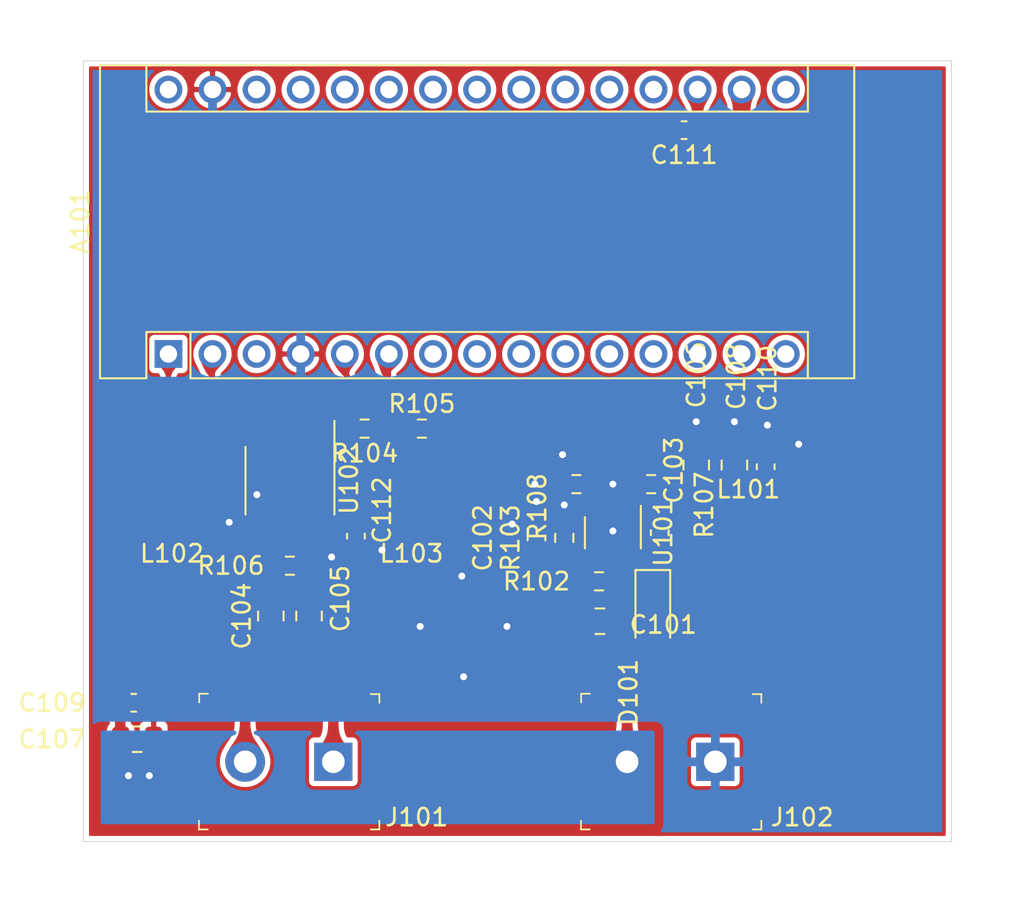
<source format=kicad_pcb>
(kicad_pcb (version 20171130) (host pcbnew "(5.1.7)-1")
  (layers (0 F.Cu signal) (31 B.Cu signal) (34 B.Paste user) (35 F.Paste user) (36 B.SilkS user) (37 F.SilkS user) (38 B.Mask user) (39 F.Mask user) (44 Edge.Cuts user))
  (net 0 "")
  (net 1 "Net-(A101-Pad1)")
  (net 2 VCC)
  (net 3 "Net-(A101-Pad2)")
  (net 4 "Net-(A101-Pad28)")
  (net 5 "Net-(A101-Pad19)")
  (net 6 GND)
  (net 7 "Net-(A101-Pad20)")
  (net 8 "Net-(A101-Pad5)")
  (net 9 "Net-(A101-Pad21)")
  (net 10 "Net-(A101-Pad6)")
  (net 11 "Net-(A101-Pad22)")
  (net 12 "Net-(A101-Pad7)")
  (net 13 "Net-(A101-Pad23)")
  (net 14 "Net-(A101-Pad8)")
  (net 15 "Net-(A101-Pad24)")
  (net 16 "Net-(A101-Pad9)")
  (net 17 "Net-(A101-Pad25)")
  (net 18 "Net-(A101-Pad10)")
  (net 19 "Net-(A101-Pad26)")
  (net 20 "Net-(A101-Pad11)")
  (net 21 "Net-(A101-Pad27)")
  (net 22 "Net-(A101-Pad12)")
  (net 23 "Net-(A101-Pad13)")
  (net 24 "Net-(A101-Pad14)")
  (net 25 "Net-(A101-Pad30)")
  (net 26 "Net-(A101-Pad15)")
  (net 27 "Net-(A101-Pad16)")
  (net 28 +24V)
  (net 29 "Net-(C102-Pad1)")
  (net 30 "Net-(C103-Pad1)")
  (net 31 "Net-(C104-Pad2)")
  (net 32 "Net-(C104-Pad1)")
  (net 33 "Net-(C105-Pad1)")
  (net 34 "Net-(C105-Pad2)")
  (net 35 "Net-(A101-Pad3)")
  (net 36 /SW)
  (net 37 /FB)
  (net 38 "Net-(A101-Pad18)")
  (module Resistor_SMD:R_0603_1608Metric (layer F.Cu) (at 91.5 72.2)
    (fp_text reference R105 (at 0 -1.43) (layer F.SilkS))
    (fp_text value 75k hide)
    (pad 2 smd roundrect (at 0.825 0) (size 0.8 0.95) (layers F.Cu F.Paste F.Mask) (net 6 GND))
    (pad 1 smd roundrect (at -0.825 0) (size 0.8 0.95) (layers F.Cu F.Paste F.Mask) (net 10 "Net-(A101-Pad6)"))
  )
  (module Package_SO:SOIC-8_3.9x4.9mm_P1.27mm (layer F.Cu) (at 83.9 75.2 270)
    (fp_text reference U102 (at 0 -3.4 90) (layer F.SilkS))
    (fp_text value LT1785xS8 hide)
    (pad 1 smd roundrect (at -2.475 -1.905 270) (size 1.95 0.6) (layers F.Cu F.Paste F.Mask) (net 3 "Net-(A101-Pad2)"))
    (pad 2 smd roundrect (at -2.475 -0.635 270) (size 1.95 0.6) (layers F.Cu F.Paste F.Mask) (net 8 "Net-(A101-Pad5)"))
    (pad 3 smd roundrect (at -2.475 0.635 270) (size 1.95 0.6) (layers F.Cu F.Paste F.Mask) (net 10 "Net-(A101-Pad6)"))
    (pad 4 smd roundrect (at -2.475 1.905 270) (size 1.95 0.6) (layers F.Cu F.Paste F.Mask) (net 1 "Net-(A101-Pad1)"))
    (pad 5 smd roundrect (at 2.475 1.905 270) (size 1.95 0.6) (layers F.Cu F.Paste F.Mask) (net 6 GND))
    (pad 6 smd roundrect (at 2.475 0.635 270) (size 1.95 0.6) (layers F.Cu F.Paste F.Mask) (net 31 "Net-(C104-Pad2)"))
    (pad 7 smd roundrect (at 2.475 -0.635 270) (size 1.95 0.6) (layers F.Cu F.Paste F.Mask) (net 33 "Net-(C105-Pad1)"))
    (pad 8 smd roundrect (at 2.475 -1.905 270) (size 1.95 0.6) (layers F.Cu F.Paste F.Mask) (net 2 VCC))
  )
  (module digikey-footprints:Term_Block_1x2_P5.08MM (layer F.Cu) (at 86.4 91.4 180)
    (fp_text reference J101 (at -4.8 -3.2) (layer F.SilkS))
    (fp_text value OSTTC022162 hide)
    (pad 2 thru_hole circle (at 5.08 0 180) (size 2.3 2.3) (drill 1.3) (layers *.Cu *.Mask) (net 32 "Net-(C104-Pad1)"))
    (pad 1 thru_hole rect (at 0 0 180) (size 2.2 2.2) (drill 1.3) (layers *.Cu *.Mask) (net 34 "Net-(C105-Pad2)"))
  )
  (module Module:Arduino_Nano (layer F.Cu) (at 76.9 67.9 90)
    (fp_text reference A101 (at 7.62 -5.08 90) (layer F.SilkS))
    (fp_text value Arduino_Nano_v3.x hide)
    (pad 1 thru_hole rect (at 0 0 90) (size 1.6 1.6) (drill 1) (layers *.Cu *.Mask) (net 1 "Net-(A101-Pad1)"))
    (pad 17 thru_hole oval (at 15.24 33.02 90) (size 1.6 1.6) (drill 1) (layers *.Cu *.Mask) (net 2 VCC))
    (pad 2 thru_hole oval (at 0 2.54 90) (size 1.6 1.6) (drill 1) (layers *.Cu *.Mask) (net 3 "Net-(A101-Pad2)"))
    (pad 18 thru_hole oval (at 15.24 30.48 90) (size 1.6 1.6) (drill 1) (layers *.Cu *.Mask) (net 38 "Net-(A101-Pad18)"))
    (pad 3 thru_hole oval (at 0 5.08 90) (size 1.6 1.6) (drill 1) (layers *.Cu *.Mask) (net 35 "Net-(A101-Pad3)"))
    (pad 19 thru_hole oval (at 15.24 27.94 90) (size 1.6 1.6) (drill 1) (layers *.Cu *.Mask) (net 5 "Net-(A101-Pad19)"))
    (pad 4 thru_hole oval (at 0 7.62 90) (size 1.6 1.6) (drill 1) (layers *.Cu *.Mask) (net 6 GND))
    (pad 20 thru_hole oval (at 15.24 25.4 90) (size 1.6 1.6) (drill 1) (layers *.Cu *.Mask) (net 7 "Net-(A101-Pad20)"))
    (pad 5 thru_hole oval (at 0 10.16 90) (size 1.6 1.6) (drill 1) (layers *.Cu *.Mask) (net 8 "Net-(A101-Pad5)"))
    (pad 21 thru_hole oval (at 15.24 22.86 90) (size 1.6 1.6) (drill 1) (layers *.Cu *.Mask) (net 9 "Net-(A101-Pad21)"))
    (pad 6 thru_hole oval (at 0 12.7 90) (size 1.6 1.6) (drill 1) (layers *.Cu *.Mask) (net 10 "Net-(A101-Pad6)"))
    (pad 22 thru_hole oval (at 15.24 20.32 90) (size 1.6 1.6) (drill 1) (layers *.Cu *.Mask) (net 11 "Net-(A101-Pad22)"))
    (pad 7 thru_hole oval (at 0 15.24 90) (size 1.6 1.6) (drill 1) (layers *.Cu *.Mask) (net 12 "Net-(A101-Pad7)"))
    (pad 23 thru_hole oval (at 15.24 17.78 90) (size 1.6 1.6) (drill 1) (layers *.Cu *.Mask) (net 13 "Net-(A101-Pad23)"))
    (pad 8 thru_hole oval (at 0 17.78 90) (size 1.6 1.6) (drill 1) (layers *.Cu *.Mask) (net 14 "Net-(A101-Pad8)"))
    (pad 24 thru_hole oval (at 15.24 15.24 90) (size 1.6 1.6) (drill 1) (layers *.Cu *.Mask) (net 15 "Net-(A101-Pad24)"))
    (pad 9 thru_hole oval (at 0 20.32 90) (size 1.6 1.6) (drill 1) (layers *.Cu *.Mask) (net 16 "Net-(A101-Pad9)"))
    (pad 25 thru_hole oval (at 15.24 12.7 90) (size 1.6 1.6) (drill 1) (layers *.Cu *.Mask) (net 17 "Net-(A101-Pad25)"))
    (pad 10 thru_hole oval (at 0 22.86 90) (size 1.6 1.6) (drill 1) (layers *.Cu *.Mask) (net 18 "Net-(A101-Pad10)"))
    (pad 26 thru_hole oval (at 15.24 10.16 90) (size 1.6 1.6) (drill 1) (layers *.Cu *.Mask) (net 19 "Net-(A101-Pad26)"))
    (pad 11 thru_hole oval (at 0 25.4 90) (size 1.6 1.6) (drill 1) (layers *.Cu *.Mask) (net 20 "Net-(A101-Pad11)"))
    (pad 27 thru_hole oval (at 15.24 7.62 90) (size 1.6 1.6) (drill 1) (layers *.Cu *.Mask) (net 21 "Net-(A101-Pad27)"))
    (pad 12 thru_hole oval (at 0 27.94 90) (size 1.6 1.6) (drill 1) (layers *.Cu *.Mask) (net 22 "Net-(A101-Pad12)"))
    (pad 28 thru_hole oval (at 15.24 5.08 90) (size 1.6 1.6) (drill 1) (layers *.Cu *.Mask) (net 4 "Net-(A101-Pad28)"))
    (pad 13 thru_hole oval (at 0 30.48 90) (size 1.6 1.6) (drill 1) (layers *.Cu *.Mask) (net 23 "Net-(A101-Pad13)"))
    (pad 29 thru_hole oval (at 15.24 2.54 90) (size 1.6 1.6) (drill 1) (layers *.Cu *.Mask) (net 6 GND))
    (pad 14 thru_hole oval (at 0 33.02 90) (size 1.6 1.6) (drill 1) (layers *.Cu *.Mask) (net 24 "Net-(A101-Pad14)"))
    (pad 30 thru_hole oval (at 15.24 0 90) (size 1.6 1.6) (drill 1) (layers *.Cu *.Mask) (net 25 "Net-(A101-Pad30)"))
    (pad 15 thru_hole oval (at 0 35.56 90) (size 1.6 1.6) (drill 1) (layers *.Cu *.Mask) (net 26 "Net-(A101-Pad15)"))
    (pad 16 thru_hole oval (at 15.24 35.56 90) (size 1.6 1.6) (drill 1) (layers *.Cu *.Mask) (net 27 "Net-(A101-Pad16)"))
  )
  (module Capacitor_SMD:C_0603_1608Metric (layer F.Cu) (at 98.1 78.5 90)
    (fp_text reference C102 (at 0 -3.1 90) (layer F.SilkS))
    (fp_text value 10n/50V hide)
    (pad 2 smd roundrect (at 0.775 0 90) (size 0.9 0.95) (layers F.Cu F.Paste F.Mask) (net 6 GND))
    (pad 1 smd roundrect (at -0.775 0 90) (size 0.9 0.95) (layers F.Cu F.Paste F.Mask) (net 29 "Net-(C102-Pad1)"))
  )
  (module Capacitor_SMD:C_0603_1608Metric (layer F.Cu) (at 105.2 78.2 270)
    (fp_text reference C103 (at -3.6 -0.8 90) (layer F.SilkS))
    (fp_text value 10n/50V hide)
    (pad 1 smd roundrect (at -0.775 0 270) (size 0.9 0.95) (layers F.Cu F.Paste F.Mask) (net 30 "Net-(C103-Pad1)"))
    (pad 2 smd roundrect (at 0.775 0 270) (size 0.9 0.95) (layers F.Cu F.Paste F.Mask) (net 36 /SW))
  )
  (module Capacitor_SMD:C_0805_2012Metric (layer F.Cu) (at 82.8 83 90)
    (fp_text reference C104 (at 0 -1.68 90) (layer F.SilkS))
    (fp_text value 10u hide)
    (pad 2 smd roundrect (at 0.95 0 90) (size 1 1.45) (layers F.Cu F.Paste F.Mask) (net 31 "Net-(C104-Pad2)"))
    (pad 1 smd roundrect (at -0.95 0 90) (size 1 1.45) (layers F.Cu F.Paste F.Mask) (net 32 "Net-(C104-Pad1)"))
  )
  (module Capacitor_SMD:C_0805_2012Metric (layer F.Cu) (at 85 83 270)
    (fp_text reference C105 (at -1 -1.8 90) (layer F.SilkS))
    (fp_text value 10u hide)
    (pad 1 smd roundrect (at -0.95 0 270) (size 1 1.45) (layers F.Cu F.Paste F.Mask) (net 33 "Net-(C105-Pad1)"))
    (pad 2 smd roundrect (at 0.95 0 270) (size 1 1.45) (layers F.Cu F.Paste F.Mask) (net 34 "Net-(C105-Pad2)"))
  )
  (module Capacitor_SMD:C_0805_2012Metric (layer F.Cu) (at 107.3 74.3 90)
    (fp_text reference C106 (at 5.2 0 90) (layer F.SilkS))
    (fp_text value 10u/50V hide)
    (pad 1 smd roundrect (at -0.95 0 90) (size 1 1.45) (layers F.Cu F.Paste F.Mask) (net 2 VCC))
    (pad 2 smd roundrect (at 0.95 0 90) (size 1 1.45) (layers F.Cu F.Paste F.Mask) (net 6 GND))
  )
  (module Capacitor_SMD:C_0805_2012Metric (layer F.Cu) (at 75.1 90.1)
    (fp_text reference C107 (at -4.9 0) (layer F.SilkS))
    (fp_text value 10u/50V hide)
    (pad 1 smd roundrect (at -0.95 0) (size 1 1.45) (layers F.Cu F.Paste F.Mask) (net 28 +24V))
    (pad 2 smd roundrect (at 0.95 0) (size 1 1.45) (layers F.Cu F.Paste F.Mask) (net 6 GND))
  )
  (module Capacitor_SMD:C_0805_2012Metric (layer F.Cu) (at 109.5 74.3 90)
    (fp_text reference C108 (at 5.1 0.1 90) (layer F.SilkS))
    (fp_text value 10u/50V hide)
    (pad 2 smd roundrect (at 0.95 0 90) (size 1 1.45) (layers F.Cu F.Paste F.Mask) (net 6 GND))
    (pad 1 smd roundrect (at -0.95 0 90) (size 1 1.45) (layers F.Cu F.Paste F.Mask) (net 2 VCC))
  )
  (module Capacitor_SMD:C_0603_1608Metric (layer F.Cu) (at 74.9 88)
    (fp_text reference C109 (at -4.7 0) (layer F.SilkS))
    (fp_text value 10u/50V hide)
    (pad 1 smd roundrect (at -0.775 0) (size 0.9 0.95) (layers F.Cu F.Paste F.Mask) (net 28 +24V))
    (pad 2 smd roundrect (at 0.775 0) (size 0.9 0.95) (layers F.Cu F.Paste F.Mask) (net 6 GND))
  )
  (module Capacitor_SMD:C_0603_1608Metric (layer F.Cu) (at 111.3 74.4 90)
    (fp_text reference C110 (at 5.1 0.1 90) (layer F.SilkS))
    (fp_text value 10n/50V hide)
    (pad 1 smd roundrect (at -0.775 0 90) (size 0.9 0.95) (layers F.Cu F.Paste F.Mask) (net 2 VCC))
    (pad 2 smd roundrect (at 0.775 0 90) (size 0.9 0.95) (layers F.Cu F.Paste F.Mask) (net 6 GND))
  )
  (module Diode_SMD:D_SOD-123 (layer F.Cu) (at 104.8 82.6 270)
    (fp_text reference D101 (at 4.8 1.4 90) (layer F.SilkS))
    (fp_text value MBR0540 hide)
    (pad 1 smd rect (at -1.65 0 270) (size 0.9 1.2) (layers F.Cu F.Paste F.Mask) (net 36 /SW))
    (pad 2 smd rect (at 1.65 0 270) (size 0.9 1.2) (layers F.Cu F.Paste F.Mask) (net 6 GND))
  )
  (module digikey-footprints:Term_Block_1x2_P5.08MM (layer F.Cu) (at 108.4 91.4 180)
    (fp_text reference J102 (at -5 -3.2) (layer F.SilkS))
    (fp_text value OSTTC022162 hide)
    (pad 1 thru_hole rect (at 0 0 180) (size 2.2 2.2) (drill 1.3) (layers *.Cu *.Mask) (net 6 GND))
    (pad 2 thru_hole circle (at 5.08 0 180) (size 2.3 2.3) (drill 1.3) (layers *.Cu *.Mask) (net 28 +24V))
  )
  (module Resistor_SMD:R_0603_1608Metric (layer F.Cu) (at 101.7 81)
    (fp_text reference R102 (at -3.6 0) (layer F.SilkS))
    (fp_text value 75k hide)
    (pad 2 smd roundrect (at 0.825 0) (size 0.8 0.95) (layers F.Cu F.Paste F.Mask) (net 28 +24V))
    (pad 1 smd roundrect (at -0.825 0) (size 0.8 0.95) (layers F.Cu F.Paste F.Mask) (net 29 "Net-(C102-Pad1)"))
  )
  (module Resistor_SMD:R_0603_1608Metric (layer F.Cu) (at 99.7 78.5 90)
    (fp_text reference R103 (at 0 -3.1 270) (layer F.SilkS))
    (fp_text value 24k hide)
    (pad 1 smd roundrect (at -0.825 0 90) (size 0.8 0.95) (layers F.Cu F.Paste F.Mask) (net 29 "Net-(C102-Pad1)"))
    (pad 2 smd roundrect (at 0.825 0 90) (size 0.8 0.95) (layers F.Cu F.Paste F.Mask) (net 6 GND))
  )
  (module Resistor_SMD:R_0603_1608Metric (layer F.Cu) (at 88.2 72.2 180)
    (fp_text reference R104 (at 0 -1.43) (layer F.SilkS))
    (fp_text value 75k hide)
    (pad 1 smd roundrect (at -0.825 0 180) (size 0.8 0.95) (layers F.Cu F.Paste F.Mask) (net 8 "Net-(A101-Pad5)"))
    (pad 2 smd roundrect (at 0.825 0 180) (size 0.8 0.95) (layers F.Cu F.Paste F.Mask) (net 6 GND))
  )
  (module Resistor_SMD:R_0603_1608Metric (layer F.Cu) (at 83.9 80.1 180)
    (fp_text reference R106 (at 3.4 0) (layer F.SilkS))
    (fp_text value 100 hide)
    (pad 2 smd roundrect (at 0.825 0 180) (size 0.8 0.95) (layers F.Cu F.Paste F.Mask) (net 31 "Net-(C104-Pad2)"))
    (pad 1 smd roundrect (at -0.825 0 180) (size 0.8 0.95) (layers F.Cu F.Paste F.Mask) (net 33 "Net-(C105-Pad1)"))
  )
  (module Resistor_SMD:R_0603_1608Metric (layer F.Cu) (at 104.7 75.4 180)
    (fp_text reference R107 (at -3.055001 -1.2 270) (layer F.SilkS))
    (fp_text value 75k hide)
    (pad 2 smd roundrect (at 0.825 0 180) (size 0.8 0.95) (layers F.Cu F.Paste F.Mask) (net 37 /FB))
    (pad 1 smd roundrect (at -0.825 0 180) (size 0.8 0.95) (layers F.Cu F.Paste F.Mask) (net 2 VCC))
  )
  (module Resistor_SMD:R_0603_1608Metric (layer F.Cu) (at 100.4 75.4 180)
    (fp_text reference R108 (at 2.255001 -1.3 270) (layer F.SilkS))
    (fp_text value 24k hide)
    (pad 1 smd roundrect (at -0.825 0 180) (size 0.8 0.95) (layers F.Cu F.Paste F.Mask) (net 37 /FB))
    (pad 2 smd roundrect (at 0.825 0 180) (size 0.8 0.95) (layers F.Cu F.Paste F.Mask) (net 6 GND))
  )
  (module Package_TO_SOT_SMD:SOT-23-6 (layer F.Cu) (at 102.5 78.2 270)
    (fp_text reference U101 (at 0 -2.9 90) (layer F.SilkS))
    (fp_text value RT6200 hide)
    (pad 1 smd rect (at -1.1 -0.95 270) (size 1.06 0.65) (layers F.Cu F.Paste F.Mask) (net 30 "Net-(C103-Pad1)"))
    (pad 2 smd rect (at -1.1 0 270) (size 1.06 0.65) (layers F.Cu F.Paste F.Mask) (net 6 GND))
    (pad 3 smd rect (at -1.1 0.95 270) (size 1.06 0.65) (layers F.Cu F.Paste F.Mask) (net 37 /FB))
    (pad 4 smd rect (at 1.1 0.95 270) (size 1.06 0.65) (layers F.Cu F.Paste F.Mask) (net 29 "Net-(C102-Pad1)"))
    (pad 6 smd rect (at 1.1 -0.95 270) (size 1.06 0.65) (layers F.Cu F.Paste F.Mask) (net 36 /SW))
    (pad 5 smd rect (at 1.1 0 270) (size 1.06 0.65) (layers F.Cu F.Paste F.Mask) (net 28 +24V))
  )
  (module Capacitor_SMD:C_0805_2012Metric (layer F.Cu) (at 101.75 83.3 180)
    (fp_text reference C101 (at -3.65 -0.2) (layer F.SilkS))
    (fp_text value 10u/50V hide)
    (pad 1 smd roundrect (at -0.95 0 180) (size 1 1.45) (layers F.Cu F.Paste F.Mask) (net 28 +24V))
    (pad 2 smd roundrect (at 0.95 0 180) (size 1 1.45) (layers F.Cu F.Paste F.Mask) (net 6 GND))
  )
  (module Capacitor_SMD:C_0603_1608Metric (layer F.Cu) (at 106.6 55 180)
    (fp_text reference C111 (at 0 -1.43) (layer F.SilkS))
    (fp_text value 1u/10V hide)
    (pad 1 smd roundrect (at -0.775 0 180) (size 0.9 0.95) (layers F.Cu F.Paste F.Mask) (net 38 "Net-(A101-Pad18)"))
    (pad 2 smd roundrect (at 0.775 0 180) (size 0.9 0.95) (layers F.Cu F.Paste F.Mask) (net 6 GND))
  )
  (module Capacitor_SMD:C_0603_1608Metric (layer F.Cu) (at 87.7 78.4 270)
    (fp_text reference C112 (at -1.5 -1.5 90) (layer F.SilkS))
    (fp_text value 1u/10V hide)
    (pad 2 smd roundrect (at 0.775 0 270) (size 0.9 0.95) (layers F.Cu F.Paste F.Mask) (net 6 GND))
    (pad 1 smd roundrect (at -0.775 0 270) (size 0.9 0.95) (layers F.Cu F.Paste F.Mask) (net 2 VCC))
  )
  (module PCBDecals:MWSA0603 (layer F.Cu) (at 110.3 79.9)
    (fp_text reference L101 (at 0 -4.2 180) (layer F.SilkS))
    (fp_text value 33UH hide)
    (pad 2 smd rect (at 2.95 0) (size 2.2 3.5) (layers F.Cu F.Paste F.Mask) (net 2 VCC))
    (pad 1 smd rect (at -2.95 0) (size 2.2 3.5) (layers F.Cu F.Paste F.Mask) (net 36 /SW))
  )
  (module PCBDecals:MWSA0603 (layer F.Cu) (at 77.1 83.6)
    (fp_text reference L102 (at 0 -4.2 180) (layer F.SilkS))
    (fp_text value 33UH hide)
    (pad 1 smd rect (at -2.95 0) (size 2.2 3.5) (layers F.Cu F.Paste F.Mask) (net 28 +24V))
    (pad 2 smd rect (at 2.95 0) (size 2.2 3.5) (layers F.Cu F.Paste F.Mask) (net 32 "Net-(C104-Pad1)"))
  )
  (module PCBDecals:MWSA0603 (layer F.Cu) (at 90.9 83.6)
    (fp_text reference L103 (at 0 -4.2 180) (layer F.SilkS))
    (fp_text value 33UH hide)
    (pad 2 smd rect (at 2.95 0) (size 2.2 3.5) (layers F.Cu F.Paste F.Mask) (net 6 GND))
    (pad 1 smd rect (at -2.95 0) (size 2.2 3.5) (layers F.Cu F.Paste F.Mask) (net 34 "Net-(C105-Pad2)"))
  )
  (gr_line (start 72 96) (end 72 51) (layer Edge.Cuts) (width 0.05))
  (gr_line (start 122 96) (end 72 96) (layer Edge.Cuts) (width 0.05))
  (gr_line (start 122 51) (end 122 96) (layer Edge.Cuts) (width 0.05))
  (gr_line (start 72 51) (end 122 51) (layer Edge.Cuts) (width 0.05))
  (segment (start 81.995 72.725) (end 81.995 71.405) (width 0.25) (layer F.Cu) (net 1))
  (segment (start 81.995 72.725) (end 81.995 71.195) (width 0.25) (layer F.Cu) (net 1))
  (segment (start 81.995 71.195) (end 81.5 70.7) (width 0.25) (layer F.Cu) (net 1))
  (segment (start 81.5 70.7) (end 77.6 70.7) (width 0.25) (layer F.Cu) (net 1))
  (segment (start 76.9 70) (end 76.9 67.9) (width 0.25) (layer F.Cu) (net 1))
  (segment (start 77.6 70.7) (end 76.9 70) (width 0.25) (layer F.Cu) (net 1))
  (segment (start 87.65 77.675) (end 87.7 77.625) (width 0.6) (layer F.Cu) (net 2))
  (segment (start 85.805 77.675) (end 87.65 77.675) (width 0.6) (layer F.Cu) (net 2))
  (segment (start 109.925 52.665) (end 109.92 52.66) (width 0.6) (layer F.Cu) (net 2))
  (segment (start 109.92 52.66) (end 109.92 55.52) (width 1) (layer F.Cu) (net 2))
  (segment (start 109.92 55.52) (end 115.6 61.2) (width 1) (layer F.Cu) (net 2))
  (segment (start 105.525 71.275) (end 105.525 75.4) (width 1) (layer F.Cu) (net 2))
  (segment (start 105.525 71.275) (end 98.525 71.275) (width 1) (layer F.Cu) (net 2))
  (segment (start 92.175 77.625) (end 87.7 77.625) (width 1) (layer F.Cu) (net 2))
  (segment (start 98.525 71.275) (end 92.175 77.625) (width 1) (layer F.Cu) (net 2))
  (segment (start 105.525 71.275) (end 105.525 70.175) (width 1) (layer F.Cu) (net 2))
  (segment (start 113.225 70.175) (end 115.6 67.8) (width 1) (layer F.Cu) (net 2))
  (segment (start 105.525 70.175) (end 113.225 70.175) (width 1) (layer F.Cu) (net 2))
  (segment (start 115.6 61.2) (end 115.6 67.8) (width 1) (layer F.Cu) (net 2))
  (segment (start 85.805 71.75) (end 84.255 70.2) (width 0.25) (layer F.Cu) (net 3))
  (segment (start 85.805 72.725) (end 85.805 71.75) (width 0.25) (layer F.Cu) (net 3))
  (segment (start 80.4 70.2) (end 79.44 69.24) (width 0.25) (layer F.Cu) (net 3))
  (segment (start 84.255 70.2) (end 80.4 70.2) (width 0.25) (layer F.Cu) (net 3))
  (segment (start 79.44 69.24) (end 79.44 67.9) (width 0.25) (layer F.Cu) (net 3))
  (segment (start 81.995 76.005) (end 82 76) (width 0.25) (layer F.Cu) (net 6))
  (segment (start 81.995 77.675) (end 81.995 76.005) (width 0.25) (layer F.Cu) (net 6))
  (via (at 81.995 76.005) (size 0.8) (drill 0.4) (layers F.Cu B.Cu) (net 6))
  (segment (start 102.5 77.1) (end 102.5 75.4) (width 0.6) (layer F.Cu) (net 6))
  (via (at 102.5 75.4) (size 0.8) (drill 0.4) (layers F.Cu B.Cu) (net 6))
  (via (at 102.5 78.1) (size 0.8) (drill 0.4) (layers F.Cu B.Cu) (net 6))
  (segment (start 102.5 77.1) (end 102.5 78.1) (width 0.6) (layer F.Cu) (net 6))
  (via (at 98 75.4) (size 0.8) (drill 0.4) (layers F.Cu B.Cu) (net 6))
  (via (at 99.6 73.7) (size 0.8) (drill 0.4) (layers F.Cu B.Cu) (net 6))
  (via (at 98.1 76.4) (size 0.8) (drill 0.4) (layers F.Cu B.Cu) (net 6))
  (via (at 99.7 76.6) (size 0.8) (drill 0.4) (layers F.Cu B.Cu) (net 6))
  (via (at 96.7 77.7) (size 0.8) (drill 0.4) (layers F.Cu B.Cu) (net 6))
  (via (at 89.2 79.2) (size 0.8) (drill 0.4) (layers F.Cu B.Cu) (net 6))
  (via (at 86.3 79.6) (size 0.8) (drill 0.4) (layers F.Cu B.Cu) (net 6))
  (via (at 80.4 77.6) (size 0.8) (drill 0.4) (layers F.Cu B.Cu) (net 6))
  (via (at 91.4 83.6) (size 0.8) (drill 0.4) (layers F.Cu B.Cu) (net 6))
  (via (at 93.8 80.7) (size 0.8) (drill 0.4) (layers F.Cu B.Cu) (net 6))
  (via (at 96.4 83.6) (size 0.8) (drill 0.4) (layers F.Cu B.Cu) (net 6))
  (via (at 93.9 86.5) (size 0.8) (drill 0.4) (layers F.Cu B.Cu) (net 6))
  (via (at 107.3 71.8) (size 0.8) (drill 0.4) (layers F.Cu B.Cu) (net 6))
  (via (at 109.5 71.8) (size 0.8) (drill 0.4) (layers F.Cu B.Cu) (net 6))
  (via (at 111.4 72) (size 0.8) (drill 0.4) (layers F.Cu B.Cu) (net 6))
  (via (at 113.2 73.1) (size 0.8) (drill 0.4) (layers F.Cu B.Cu) (net 6))
  (segment (start 89.025 72.2) (end 89.025 71.025) (width 0.25) (layer F.Cu) (net 8))
  (segment (start 87.06 69.06) (end 87.06 67.9) (width 0.25) (layer F.Cu) (net 8))
  (segment (start 89.025 71.025) (end 87.06 69.06) (width 0.25) (layer F.Cu) (net 8))
  (segment (start 84.535 73.7) (end 85.235 74.4) (width 0.25) (layer F.Cu) (net 8))
  (segment (start 84.535 72.725) (end 84.535 73.7) (width 0.25) (layer F.Cu) (net 8))
  (segment (start 85.235 74.4) (end 88.2 74.4) (width 0.25) (layer F.Cu) (net 8))
  (segment (start 89.025 73.575) (end 89.025 72.2) (width 0.25) (layer F.Cu) (net 8))
  (segment (start 88.2 74.4) (end 89.025 73.575) (width 0.25) (layer F.Cu) (net 8))
  (segment (start 83.265 73.7) (end 84.41501 74.85001) (width 0.25) (layer F.Cu) (net 10))
  (segment (start 83.265 72.725) (end 83.265 73.7) (width 0.25) (layer F.Cu) (net 10))
  (segment (start 84.41501 74.85001) (end 89.44999 74.85001) (width 0.25) (layer F.Cu) (net 10))
  (segment (start 90.675 73.625) (end 90.675 72.2) (width 0.25) (layer F.Cu) (net 10))
  (segment (start 89.44999 74.85001) (end 90.675 73.625) (width 0.25) (layer F.Cu) (net 10))
  (segment (start 89.6 67.9) (end 89.6 69.4) (width 0.25) (layer F.Cu) (net 10))
  (segment (start 90.675 70.475) (end 90.675 72.2) (width 0.25) (layer F.Cu) (net 10))
  (segment (start 89.6 69.4) (end 90.675 70.475) (width 0.25) (layer F.Cu) (net 10))
  (segment (start 74.15 87.975) (end 74.125 88) (width 0.6) (layer F.Cu) (net 28))
  (segment (start 74.15 83.6) (end 74.15 87.975) (width 0.6) (layer F.Cu) (net 28))
  (segment (start 74.125 90.075) (end 74.15 90.1) (width 0.6) (layer F.Cu) (net 28))
  (segment (start 74.125 88) (end 74.125 90.075) (width 0.6) (layer F.Cu) (net 28))
  (via (at 74.6 92.2) (size 0.8) (drill 0.4) (layers F.Cu B.Cu) (net 28))
  (segment (start 74.15 91.75) (end 74.6 92.2) (width 0.6) (layer F.Cu) (net 28))
  (segment (start 74.15 90.1) (end 74.15 91.75) (width 0.6) (layer F.Cu) (net 28))
  (segment (start 74.6 92.2) (end 77.3 92.2) (width 0.6) (layer B.Cu) (net 28))
  (segment (start 77.3 92.2) (end 79 93.9) (width 0.6) (layer B.Cu) (net 28))
  (segment (start 100.82 93.9) (end 103.32 91.4) (width 0.6) (layer B.Cu) (net 28))
  (segment (start 79 93.9) (end 100.82 93.9) (width 0.6) (layer B.Cu) (net 28))
  (segment (start 74.6 92.2) (end 75.8 92.2) (width 0.6) (layer F.Cu) (net 28))
  (via (at 75.8 92.2) (size 0.8) (drill 0.4) (layers F.Cu B.Cu) (net 28))
  (segment (start 103.32 91.4) (end 103.32 85.92) (width 0.6) (layer F.Cu) (net 28))
  (segment (start 102.7 85.3) (end 102.7 83.3) (width 0.6) (layer F.Cu) (net 28))
  (segment (start 103.32 85.92) (end 102.7 85.3) (width 0.6) (layer F.Cu) (net 28))
  (segment (start 102.525 83.125) (end 102.7 83.3) (width 0.6) (layer F.Cu) (net 28))
  (segment (start 102.525 81) (end 102.525 83.125) (width 0.6) (layer F.Cu) (net 28))
  (segment (start 102.525 79.325) (end 102.5 79.3) (width 0.6) (layer F.Cu) (net 28))
  (segment (start 102.525 81) (end 102.525 79.325) (width 0.6) (layer F.Cu) (net 28))
  (segment (start 101.525 79.325) (end 101.55 79.3) (width 0.6) (layer F.Cu) (net 29))
  (segment (start 100.875 81) (end 100.875 80.275) (width 0.25) (layer F.Cu) (net 29))
  (segment (start 100.625 80.025) (end 100.625 79.325) (width 0.25) (layer F.Cu) (net 29))
  (segment (start 100.875 80.275) (end 100.625 80.025) (width 0.25) (layer F.Cu) (net 29))
  (segment (start 100.625 79.325) (end 101.525 79.325) (width 0.6) (layer F.Cu) (net 29))
  (segment (start 99.7 79.325) (end 100.625 79.325) (width 0.6) (layer F.Cu) (net 29))
  (segment (start 99.65 79.275) (end 99.7 79.325) (width 0.25) (layer F.Cu) (net 29))
  (segment (start 98.1 79.275) (end 99.65 79.275) (width 0.25) (layer F.Cu) (net 29))
  (segment (start 104.875 77.1) (end 105.2 77.425) (width 0.6) (layer F.Cu) (net 30))
  (segment (start 103.45 77.1) (end 104.875 77.1) (width 0.6) (layer F.Cu) (net 30))
  (segment (start 83.075 79.425) (end 83.265 79.235) (width 0.25) (layer F.Cu) (net 31))
  (segment (start 83.075 80.1) (end 83.075 79.425) (width 0.25) (layer F.Cu) (net 31))
  (segment (start 83.265 77.675) (end 83.265 79.235) (width 0.25) (layer F.Cu) (net 31))
  (segment (start 82.8 81.35) (end 83.075 81.075) (width 0.25) (layer F.Cu) (net 31))
  (segment (start 82.8 82.05) (end 82.8 81.35) (width 0.25) (layer F.Cu) (net 31))
  (segment (start 83.075 80.1) (end 83.075 81.075) (width 0.25) (layer F.Cu) (net 31))
  (segment (start 82.8 83.95) (end 82.8 86.4) (width 0.6) (layer F.Cu) (net 32))
  (segment (start 81.32 87.88) (end 81.32 91.4) (width 0.6) (layer F.Cu) (net 32))
  (segment (start 82.8 86.4) (end 81.32 87.88) (width 0.6) (layer F.Cu) (net 32))
  (segment (start 80.4 83.95) (end 80.05 83.6) (width 0.6) (layer F.Cu) (net 32))
  (segment (start 82.8 83.95) (end 80.4 83.95) (width 0.6) (layer F.Cu) (net 32))
  (segment (start 84.725 79.425) (end 84.535 79.235) (width 0.25) (layer F.Cu) (net 33))
  (segment (start 84.725 80.1) (end 84.725 79.425) (width 0.25) (layer F.Cu) (net 33))
  (segment (start 84.535 77.675) (end 84.535 79.235) (width 0.25) (layer F.Cu) (net 33))
  (segment (start 85 81.3) (end 84.725 81.025) (width 0.25) (layer F.Cu) (net 33))
  (segment (start 85 82.05) (end 85 81.3) (width 0.25) (layer F.Cu) (net 33))
  (segment (start 84.725 80.1) (end 84.725 81.025) (width 0.25) (layer F.Cu) (net 33))
  (segment (start 85 83.95) (end 85 86.6) (width 0.6) (layer F.Cu) (net 34))
  (segment (start 86.4 88) (end 86.4 91.4) (width 0.6) (layer F.Cu) (net 34))
  (segment (start 85 86.6) (end 86.4 88) (width 0.6) (layer F.Cu) (net 34))
  (segment (start 87.6 83.95) (end 87.95 83.6) (width 0.6) (layer F.Cu) (net 34))
  (segment (start 85 83.95) (end 87.6 83.95) (width 0.6) (layer F.Cu) (net 34))
  (segment (start 101.225 75.4) (end 101.225 74.775) (width 0.25) (layer F.Cu) (net 37))
  (segment (start 101.225 74.775) (end 101.7 74.3) (width 0.25) (layer F.Cu) (net 37))
  (segment (start 101.7 74.3) (end 103.5 74.3) (width 0.25) (layer F.Cu) (net 37))
  (segment (start 103.875 74.675) (end 103.875 75.4) (width 0.25) (layer F.Cu) (net 37))
  (segment (start 103.5 74.3) (end 103.875 74.675) (width 0.25) (layer F.Cu) (net 37))
  (segment (start 101.55 76.55) (end 101.225 76.225) (width 0.25) (layer F.Cu) (net 37))
  (segment (start 101.55 77.1) (end 101.55 76.55) (width 0.25) (layer F.Cu) (net 37))
  (segment (start 101.225 75.4) (end 101.225 76.225) (width 0.25) (layer F.Cu) (net 37))
  (segment (start 107.38 54.995) (end 107.375 55) (width 0.6) (layer F.Cu) (net 38))
  (segment (start 107.38 52.66) (end 107.38 54.995) (width 0.6) (layer F.Cu) (net 38))
  (zone (net 6) (net_name GND) (layer B.Cu) (connect_pads (clearance 0.508)) (min_thickness 0.16) (fill yes (arc_segments 32) (thermal_gap 0.508) (thermal_bridge_width 0.508))
    (polygon (pts (xy 124.1 98.7) (xy 70.3 98.7) (xy 70.3 50.6) (xy 124.1 50.6)))
  )
  (zone (net 6) (net_name GND) (layer F.Cu) (connect_pads (clearance 0.3)) (min_thickness 0.16) (fill yes (arc_segments 32) (thermal_gap 0.3) (thermal_bridge_width 0.3))
    (polygon (pts (xy 126.2 100.3) (xy 67.2 100.3) (xy 67.2 47.5) (xy 126.2 47.5)))
  )
  (zone (net 36) (net_name /SW) (layer F.Cu) (priority 2) (connect_pads yes (clearance 0.3)) (min_thickness 0.16) (fill yes (arc_segments 32) (thermal_gap 0.508) (thermal_bridge_width 0.508))
    (polygon (pts (xy 108.7 78.2) (xy 108.7 81.8) (xy 103.9 81.8) (xy 103.9 80.1) (xy 103 80.1) (xy 103 78.6) (xy 104.3 78.6) (xy 104.3 78.2)))
  )
  (zone (net 2) (net_name VCC) (layer F.Cu) (priority 2) (connect_pads yes (clearance 0.3)) (min_thickness 0.16) (fill yes (arc_segments 32) (thermal_gap 0.508) (thermal_bridge_width 0.508))
    (polygon (pts (xy 114.9 75.7) (xy 114.9 82.3) (xy 111.8 82.3) (xy 111.8 76.5) (xy 111.5 76.2) (xy 104.8 76.2) (xy 104.8 74.3) (xy 113.5 74.3)))
  )
  (zone (net 28) (net_name +24V) (layer B.Cu) (priority 1) (connect_pads yes (clearance 0.508)) (min_thickness 0.254) (fill yes (arc_segments 32) (thermal_gap 0.508) (thermal_bridge_width 0.508))
    (polygon (pts (xy 104.9 95) (xy 73 95) (xy 73 89.6) (xy 104.9 89.6)))
  )
  (zone (net 1) (net_name "Net-(A101-Pad1)") (layer F.Cu) (priority 16962) (connect_pads yes (clearance 0.2)) (min_thickness 0.0254) (fill yes (arc_segments 32) (thermal_gap 0.508) (thermal_bridge_width 0.508))
    (polygon (pts (xy 81.87 72.135) (xy 81.868288 72.201522) (xy 81.863268 72.257986) (xy 81.855116 72.306446) (xy 81.844005 72.348958) (xy 81.830111 72.387578) (xy 81.813608 72.42436) (xy 81.794671 72.461362) (xy 81.773474 72.500638) (xy 81.750192 72.544243) (xy 81.725 72.594234) (xy 81.995 72.875) (xy 82.265 72.594234) (xy 82.239807 72.544243) (xy 82.216525 72.500638) (xy 82.195328 72.461362) (xy 82.176391 72.42436) (xy 82.159888 72.387578) (xy 82.145994 72.348958) (xy 82.134883 72.306446) (xy 82.126731 72.257986) (xy 82.121711 72.201522) (xy 82.12 72.135)))
  )
  (zone (net 1) (net_name "Net-(A101-Pad1)") (layer F.Cu) (priority 16962) (connect_pads yes (clearance 0.2)) (min_thickness 0.0254) (fill yes (arc_segments 32) (thermal_gap 0.508) (thermal_bridge_width 0.508))
    (polygon (pts (xy 81.87 72.135) (xy 81.868288 72.201522) (xy 81.863268 72.257986) (xy 81.855116 72.306446) (xy 81.844005 72.348958) (xy 81.830111 72.387578) (xy 81.813608 72.42436) (xy 81.794671 72.461362) (xy 81.773474 72.500638) (xy 81.750192 72.544243) (xy 81.725 72.594234) (xy 81.995 72.875) (xy 82.265 72.594234) (xy 82.239807 72.544243) (xy 82.216525 72.500638) (xy 82.195328 72.461362) (xy 82.176391 72.42436) (xy 82.159888 72.387578) (xy 82.145994 72.348958) (xy 82.134883 72.306446) (xy 82.126731 72.257986) (xy 82.121711 72.201522) (xy 82.12 72.135)))
  )
  (zone (net 1) (net_name "Net-(A101-Pad1)") (layer F.Cu) (priority 16962) (connect_pads yes (clearance 0.2)) (min_thickness 0.0254) (fill yes (arc_segments 32) (thermal_gap 0.508) (thermal_bridge_width 0.508))
    (polygon (pts (xy 77.025 69.49) (xy 77.034519 69.302738) (xy 77.061492 69.149031) (xy 77.103538 69.021555) (xy 77.158278 68.912991) (xy 77.223331 68.816015) (xy 77.296317 68.723306) (xy 77.374857 68.627543) (xy 77.456571 68.521404) (xy 77.539078 68.397567) (xy 77.62 68.248711) (xy 76.9 67.5) (xy 76.18 68.248711) (xy 76.260921 68.397567) (xy 76.343428 68.521404) (xy 76.425142 68.627543) (xy 76.503682 68.723306) (xy 76.576668 68.816015) (xy 76.641721 68.912991) (xy 76.696461 69.021555) (xy 76.738507 69.149031) (xy 76.76548 69.302738) (xy 76.775 69.49)))
  )
  (zone (net 2) (net_name VCC) (layer F.Cu) (priority 16962) (connect_pads yes (clearance 0.2)) (min_thickness 0.0254) (fill yes (arc_segments 32) (thermal_gap 0.508) (thermal_bridge_width 0.508))
    (polygon (pts (xy 86.8 77.975) (xy 86.905824 77.9747) (xy 86.998773 77.974263) (xy 87.081103 77.974385) (xy 87.155073 77.975759) (xy 87.222941 77.979079) (xy 87.286964 77.985041) (xy 87.349402 77.994337) (xy 87.41251 78.007664) (xy 87.478549 78.025714) (xy 87.549775 78.049184) (xy 87.923623 77.600153) (xy 87.460325 77.244139) (xy 87.402467 77.278296) (xy 87.34739 77.305935) (xy 87.293369 77.327745) (xy 87.238681 77.344412) (xy 87.181602 77.356627) (xy 87.120408 77.365077) (xy 87.053375 77.370451) (xy 86.978778 77.373437) (xy 86.894894 77.374724) (xy 86.8 77.375)))
  )
  (zone (net 2) (net_name VCC) (layer F.Cu) (priority 16962) (connect_pads yes (clearance 0.2)) (min_thickness 0.0254) (fill yes (arc_segments 32) (thermal_gap 0.508) (thermal_bridge_width 0.508))
    (polygon (pts (xy 110.22 54.25) (xy 110.225282 54.069402) (xy 110.240649 53.916857) (xy 110.265378 53.786553) (xy 110.298748 53.672673) (xy 110.340036 53.569403) (xy 110.388522 53.47093) (xy 110.443482 53.371439) (xy 110.504197 53.265114) (xy 110.569943 53.146143) (xy 110.64 53.008711) (xy 109.92 52.26) (xy 109.2 53.008711) (xy 109.270056 53.146143) (xy 109.335802 53.265114) (xy 109.396517 53.371439) (xy 109.451477 53.47093) (xy 109.499963 53.569403) (xy 109.541251 53.672673) (xy 109.574621 53.786553) (xy 109.59935 53.916857) (xy 109.614717 54.069402) (xy 109.62 54.25)))
  )
  (zone (net 2) (net_name VCC) (layer F.Cu) (priority 16962) (connect_pads yes (clearance 0.2)) (min_thickness 0.0254) (fill yes (arc_segments 32) (thermal_gap 0.508) (thermal_bridge_width 0.508))
    (polygon (pts (xy 110.42 54.25) (xy 110.420719 54.073309) (xy 110.423537 53.918801) (xy 110.429439 53.782537) (xy 110.439413 53.660579) (xy 110.454444 53.54899) (xy 110.475519 53.443829) (xy 110.503626 53.341159) (xy 110.53975 53.237042) (xy 110.584879 53.127538) (xy 110.64 53.008711) (xy 109.92 52.26) (xy 109.2 53.008711) (xy 109.25512 53.127538) (xy 109.300249 53.237042) (xy 109.336373 53.341159) (xy 109.36448 53.443829) (xy 109.385555 53.54899) (xy 109.400586 53.660579) (xy 109.41056 53.782537) (xy 109.416462 53.918801) (xy 109.41928 54.073309) (xy 109.42 54.25)))
  )
  (zone (net 3) (net_name "Net-(A101-Pad2)") (layer F.Cu) (priority 16962) (connect_pads yes (clearance 0.2)) (min_thickness 0.0254) (fill yes (arc_segments 32) (thermal_gap 0.508) (thermal_bridge_width 0.508))
    (polygon (pts (xy 85.68 72.135) (xy 85.678288 72.201522) (xy 85.673268 72.257986) (xy 85.665116 72.306446) (xy 85.654005 72.348958) (xy 85.640111 72.387578) (xy 85.623608 72.42436) (xy 85.604671 72.461362) (xy 85.583474 72.500638) (xy 85.560192 72.544243) (xy 85.535 72.594234) (xy 85.805 72.875) (xy 86.075 72.594234) (xy 86.049807 72.544243) (xy 86.026525 72.500638) (xy 86.005328 72.461362) (xy 85.986391 72.42436) (xy 85.969888 72.387578) (xy 85.955994 72.348958) (xy 85.944883 72.306446) (xy 85.936731 72.257986) (xy 85.931711 72.201522) (xy 85.93 72.135)))
  )
  (zone (net 3) (net_name "Net-(A101-Pad2)") (layer F.Cu) (priority 16962) (connect_pads yes (clearance 0.2)) (min_thickness 0.0254) (fill yes (arc_segments 32) (thermal_gap 0.508) (thermal_bridge_width 0.508))
    (polygon (pts (xy 79.712236 69.335459) (xy 79.617695 69.216637) (xy 79.577551 69.10762) (xy 79.583014 69.005578) (xy 79.625295 68.907677) (xy 79.695605 68.811087) (xy 79.785157 68.712978) (xy 79.885161 68.610516) (xy 79.986829 68.500872) (xy 80.081371 68.381214) (xy 80.16 68.248711) (xy 79.44 67.5) (xy 78.72 68.248711) (xy 78.798681 68.414687) (xy 78.864705 68.558137) (xy 78.923058 68.684207) (xy 78.978724 68.798042) (xy 79.036688 68.904786) (xy 79.101936 69.009585) (xy 79.179451 69.117584) (xy 79.27422 69.233929) (xy 79.391228 69.363764) (xy 79.535459 69.512236)))
  )
  (zone (net 8) (net_name "Net-(A101-Pad5)") (layer F.Cu) (priority 16962) (connect_pads yes (clearance 0.2)) (min_thickness 0.0254) (fill yes (arc_segments 32) (thermal_gap 0.508) (thermal_bridge_width 0.508))
    (polygon (pts (xy 88.9 71.41) (xy 88.896733 71.500461) (xy 88.887341 71.576222) (xy 88.872435 71.640389) (xy 88.852625 71.696064) (xy 88.828523 71.746352) (xy 88.800738 71.794359) (xy 88.769883 71.843187) (xy 88.736567 71.895941) (xy 88.701403 71.955725) (xy 88.665 72.025645) (xy 89.025 72.4) (xy 89.385 72.025645) (xy 89.348596 71.955725) (xy 89.313432 71.895941) (xy 89.280116 71.843187) (xy 89.249261 71.794359) (xy 89.221476 71.746352) (xy 89.197374 71.696064) (xy 89.177564 71.640389) (xy 89.162658 71.576222) (xy 89.153266 71.500461) (xy 89.15 71.41)))
  )
  (zone (net 8) (net_name "Net-(A101-Pad5)") (layer F.Cu) (priority 16962) (connect_pads yes (clearance 0.2)) (min_thickness 0.0254) (fill yes (arc_segments 32) (thermal_gap 0.508) (thermal_bridge_width 0.508))
    (polygon (pts (xy 87.459515 69.282738) (xy 87.369867 69.172373) (xy 87.325907 69.06945) (xy 87.320644 68.971758) (xy 87.347085 68.877087) (xy 87.398239 68.783226) (xy 87.467115 68.687965) (xy 87.54672 68.589093) (xy 87.630064 68.484401) (xy 87.710154 68.371677) (xy 87.78 68.248711) (xy 87.06 67.5) (xy 86.34 68.248711) (xy 86.423385 68.415878) (xy 86.499166 68.556291) (xy 86.5711 68.67614) (xy 86.642948 68.78162) (xy 86.718468 68.878922) (xy 86.80142 68.974239) (xy 86.895564 69.073765) (xy 87.004659 69.18369) (xy 87.132463 69.31021) (xy 87.282738 69.459515)))
  )
  (zone (net 8) (net_name "Net-(A101-Pad5)") (layer F.Cu) (priority 16962) (connect_pads yes (clearance 0.2)) (min_thickness 0.0254) (fill yes (arc_segments 32) (thermal_gap 0.508) (thermal_bridge_width 0.508))
    (polygon (pts (xy 84.66 73.315) (xy 84.661711 73.248477) (xy 84.666731 73.192013) (xy 84.674883 73.143553) (xy 84.685994 73.101041) (xy 84.699888 73.062421) (xy 84.716391 73.025639) (xy 84.735328 72.988637) (xy 84.756525 72.949361) (xy 84.779807 72.905756) (xy 84.805 72.855766) (xy 84.535 72.575) (xy 84.265 72.855766) (xy 84.290192 72.905756) (xy 84.313474 72.949361) (xy 84.334671 72.988637) (xy 84.353608 73.025639) (xy 84.370111 73.062421) (xy 84.384005 73.101041) (xy 84.395116 73.143553) (xy 84.403268 73.192013) (xy 84.408288 73.248477) (xy 84.41 73.315)))
  )
  (zone (net 8) (net_name "Net-(A101-Pad5)") (layer F.Cu) (priority 16962) (connect_pads yes (clearance 0.2)) (min_thickness 0.0254) (fill yes (arc_segments 32) (thermal_gap 0.508) (thermal_bridge_width 0.508))
    (polygon (pts (xy 89.15 72.99) (xy 89.153266 72.899538) (xy 89.162658 72.823777) (xy 89.177564 72.75961) (xy 89.197374 72.703935) (xy 89.221476 72.653647) (xy 89.249261 72.60564) (xy 89.280116 72.556812) (xy 89.313432 72.504058) (xy 89.348596 72.444274) (xy 89.385 72.374355) (xy 89.025 72) (xy 88.665 72.374355) (xy 88.701403 72.444274) (xy 88.736567 72.504058) (xy 88.769883 72.556812) (xy 88.800738 72.60564) (xy 88.828523 72.653647) (xy 88.852625 72.703935) (xy 88.872435 72.75961) (xy 88.887341 72.823777) (xy 88.896733 72.899538) (xy 88.9 72.99)))
  )
  (zone (net 10) (net_name "Net-(A101-Pad6)") (layer F.Cu) (priority 16962) (connect_pads yes (clearance 0.2)) (min_thickness 0.0254) (fill yes (arc_segments 32) (thermal_gap 0.508) (thermal_bridge_width 0.508))
    (polygon (pts (xy 83.39 73.315) (xy 83.391711 73.248477) (xy 83.396731 73.192013) (xy 83.404883 73.143553) (xy 83.415994 73.101041) (xy 83.429888 73.062421) (xy 83.446391 73.025639) (xy 83.465328 72.988637) (xy 83.486525 72.949361) (xy 83.509807 72.905756) (xy 83.535 72.855766) (xy 83.265 72.575) (xy 82.995 72.855766) (xy 83.020192 72.905756) (xy 83.043474 72.949361) (xy 83.064671 72.988637) (xy 83.083608 73.025639) (xy 83.100111 73.062421) (xy 83.114005 73.101041) (xy 83.125116 73.143553) (xy 83.133268 73.192013) (xy 83.138288 73.248477) (xy 83.14 73.315)))
  )
  (zone (net 10) (net_name "Net-(A101-Pad6)") (layer F.Cu) (priority 16962) (connect_pads yes (clearance 0.2)) (min_thickness 0.0254) (fill yes (arc_segments 32) (thermal_gap 0.508) (thermal_bridge_width 0.508))
    (polygon (pts (xy 90.8 72.99) (xy 90.803266 72.899538) (xy 90.812658 72.823777) (xy 90.827564 72.75961) (xy 90.847374 72.703935) (xy 90.871476 72.653647) (xy 90.899261 72.60564) (xy 90.930116 72.556812) (xy 90.963432 72.504058) (xy 90.998596 72.444274) (xy 91.035 72.374355) (xy 90.675 72) (xy 90.315 72.374355) (xy 90.351403 72.444274) (xy 90.386567 72.504058) (xy 90.419883 72.556812) (xy 90.450738 72.60564) (xy 90.478523 72.653647) (xy 90.502625 72.703935) (xy 90.522435 72.75961) (xy 90.537341 72.823777) (xy 90.546733 72.899538) (xy 90.55 72.99)))
  )
  (zone (net 10) (net_name "Net-(A101-Pad6)") (layer F.Cu) (priority 16962) (connect_pads yes (clearance 0.2)) (min_thickness 0.0254) (fill yes (arc_segments 32) (thermal_gap 0.508) (thermal_bridge_width 0.508))
    (polygon (pts (xy 89.759099 69.382323) (xy 89.659581 69.255465) (xy 89.622393 69.140877) (xy 89.637127 69.035082) (xy 89.693379 68.934603) (xy 89.780742 68.835965) (xy 89.888809 68.735691) (xy 90.007174 68.630305) (xy 90.125432 68.51633) (xy 90.233176 68.390291) (xy 90.32 68.248711) (xy 89.6 67.5) (xy 88.88 68.248711) (xy 88.954878 68.414515) (xy 89.012259 68.560989) (xy 89.058315 68.692483) (xy 89.099222 68.813349) (xy 89.141154 68.927941) (xy 89.190288 69.04061) (xy 89.252796 69.155708) (xy 89.334855 69.277587) (xy 89.442639 69.4106) (xy 89.582323 69.559099)))
  )
  (zone (net 10) (net_name "Net-(A101-Pad6)") (layer F.Cu) (priority 16962) (connect_pads yes (clearance 0.2)) (min_thickness 0.0254) (fill yes (arc_segments 32) (thermal_gap 0.508) (thermal_bridge_width 0.508))
    (polygon (pts (xy 90.55 71.41) (xy 90.546733 71.500461) (xy 90.537341 71.576222) (xy 90.522435 71.640389) (xy 90.502625 71.696064) (xy 90.478523 71.746352) (xy 90.450738 71.794359) (xy 90.419883 71.843187) (xy 90.386567 71.895941) (xy 90.351403 71.955725) (xy 90.315 72.025645) (xy 90.675 72.4) (xy 91.035 72.025645) (xy 90.998596 71.955725) (xy 90.963432 71.895941) (xy 90.930116 71.843187) (xy 90.899261 71.794359) (xy 90.871476 71.746352) (xy 90.847374 71.696064) (xy 90.827564 71.640389) (xy 90.812658 71.576222) (xy 90.803266 71.500461) (xy 90.8 71.41)))
  )
  (zone (net 28) (net_name +24V) (layer F.Cu) (priority 16962) (connect_pads yes (clearance 0.2)) (min_thickness 0.0254) (fill yes (arc_segments 32) (thermal_gap 0.508) (thermal_bridge_width 0.508))
    (polygon (pts (xy 73.85 87.095) (xy 73.84987 87.193168) (xy 73.849013 87.279794) (xy 73.846723 87.356749) (xy 73.842294 87.425905) (xy 73.835024 87.489136) (xy 73.824207 87.548312) (xy 73.809137 87.605307) (xy 73.789112 87.661993) (xy 73.763424 87.720242) (xy 73.731372 87.781926) (xy 74.112656 88.224661) (xy 74.540151 87.826365) (xy 74.513443 87.758015) (xy 74.49256 87.694304) (xy 74.47679 87.633095) (xy 74.465426 87.572247) (xy 74.457756 87.509623) (xy 74.453071 87.443083) (xy 74.450663 87.37049) (xy 74.449821 87.289704) (xy 74.449837 87.198587) (xy 74.45 87.095)))
  )
  (zone (net 28) (net_name +24V) (layer F.Cu) (priority 16962) (connect_pads yes (clearance 0.2)) (min_thickness 0.0254) (fill yes (arc_segments 32) (thermal_gap 0.508) (thermal_bridge_width 0.508))
    (polygon (pts (xy 74.45 85.79) (xy 74.459958 85.537333) (xy 74.488475 85.326695) (xy 74.533511 85.149127) (xy 74.593026 84.995667) (xy 74.664982 84.857358) (xy 74.747339 84.725239) (xy 74.838059 84.590351) (xy 74.935101 84.443735) (xy 75.036428 84.27643) (xy 75.14 84.079478) (xy 74.15 83.05) (xy 73.16 84.079478) (xy 73.263571 84.27643) (xy 73.364898 84.443735) (xy 73.46194 84.590351) (xy 73.55266 84.725239) (xy 73.635017 84.857358) (xy 73.706973 84.995667) (xy 73.766488 85.149127) (xy 73.811524 85.326695) (xy 73.840041 85.537333) (xy 73.85 85.79)))
  )
  (zone (net 28) (net_name +24V) (layer F.Cu) (priority 16962) (connect_pads yes (clearance 0.2)) (min_thickness 0.0254) (fill yes (arc_segments 32) (thermal_gap 0.508) (thermal_bridge_width 0.508))
    (polygon (pts (xy 73.825 89.095) (xy 73.824461 89.209744) (xy 73.822485 89.309588) (xy 73.818528 89.397305) (xy 73.812048 89.475666) (xy 73.802501 89.547442) (xy 73.789345 89.615406) (xy 73.772037 89.682329) (xy 73.750035 89.750983) (xy 73.722795 89.82414) (xy 73.689775 89.904572) (xy 74.162361 90.349694) (xy 74.588673 89.860072) (xy 74.549878 89.786662) (xy 74.517588 89.719214) (xy 74.491232 89.655234) (xy 74.47024 89.592229) (xy 74.454041 89.527704) (xy 74.442066 89.459166) (xy 74.433744 89.384121) (xy 74.428506 89.300073) (xy 74.425781 89.204531) (xy 74.425 89.095)))
  )
  (zone (net 28) (net_name +24V) (layer F.Cu) (priority 16962) (connect_pads yes (clearance 0.2)) (min_thickness 0.0254) (fill yes (arc_segments 32) (thermal_gap 0.508) (thermal_bridge_width 0.508))
    (polygon (pts (xy 74.425 88.89) (xy 74.425049 88.791277) (xy 74.425642 88.704324) (xy 74.427445 88.627171) (xy 74.431126 88.557849) (xy 74.437352 88.494391) (xy 74.44679 88.434827) (xy 74.460106 88.377189) (xy 74.477969 88.31951) (xy 74.501044 88.259819) (xy 74.53 88.19615) (xy 74.125 87.775) (xy 73.72 88.19615) (xy 73.748955 88.259819) (xy 73.77203 88.31951) (xy 73.789893 88.377189) (xy 73.803209 88.434827) (xy 73.812647 88.494391) (xy 73.818873 88.557849) (xy 73.822554 88.627171) (xy 73.824357 88.704324) (xy 73.82495 88.791277) (xy 73.825 88.89)))
  )
  (zone (net 28) (net_name +24V) (layer F.Cu) (priority 16962) (connect_pads yes (clearance 0.2)) (min_thickness 0.0254) (fill yes (arc_segments 32) (thermal_gap 0.508) (thermal_bridge_width 0.508))
    (polygon (pts (xy 73.85 91.586397) (xy 73.858206 91.702051) (xy 73.880834 91.801083) (xy 73.914891 91.886295) (xy 73.957388 91.96049) (xy 74.005335 92.026471) (xy 74.055741 92.087041) (xy 74.105616 92.145003) (xy 74.15197 92.20316) (xy 74.191812 92.264315) (xy 74.222154 92.33127) (xy 74.741421 92.341421) (xy 74.73127 91.822154) (xy 74.698121 91.811727) (xy 74.66208 91.801376) (xy 74.624649 91.789978) (xy 74.587333 91.776407) (xy 74.551633 91.759539) (xy 74.519053 91.73825) (xy 74.491097 91.711416) (xy 74.469267 91.677912) (xy 74.455067 91.636613) (xy 74.45 91.586397)))
  )
  (zone (net 28) (net_name +24V) (layer F.Cu) (priority 16962) (connect_pads yes (clearance 0.2)) (min_thickness 0.0254) (fill yes (arc_segments 32) (thermal_gap 0.508) (thermal_bridge_width 0.508))
    (polygon (pts (xy 74.45 91.09) (xy 74.450728 90.97999) (xy 74.453258 90.884181) (xy 74.458102 90.799982) (xy 74.465775 90.7248) (xy 74.47679 90.656045) (xy 74.491662 90.591123) (xy 74.510905 90.527444) (xy 74.535033 90.462415) (xy 74.56456 90.393446) (xy 74.6 90.317944) (xy 74.15 89.85) (xy 73.7 90.317944) (xy 73.735439 90.393446) (xy 73.764966 90.462415) (xy 73.789094 90.527444) (xy 73.808337 90.591123) (xy 73.823209 90.656045) (xy 73.834224 90.7248) (xy 73.841897 90.799982) (xy 73.846741 90.884181) (xy 73.849271 90.97999) (xy 73.85 91.09)))
  )
  (zone (net 28) (net_name +24V) (layer F.Cu) (priority 16962) (connect_pads yes (clearance 0.2)) (min_thickness 0.0254) (fill yes (arc_segments 32) (thermal_gap 0.508) (thermal_bridge_width 0.508))
    (polygon (pts (xy 75.39 91.9) (xy 75.302115 91.900503) (xy 75.223242 91.901525) (xy 75.152193 91.902327) (xy 75.087782 91.902175) (xy 75.028826 91.900332) (xy 74.974138 91.896063) (xy 74.922532 91.888631) (xy 74.872823 91.8773) (xy 74.823826 91.861335) (xy 74.774355 91.84) (xy 74.4 92.2) (xy 74.774355 92.56) (xy 74.823826 92.538664) (xy 74.872823 92.522699) (xy 74.922532 92.511368) (xy 74.974138 92.503936) (xy 75.028826 92.499667) (xy 75.087782 92.497824) (xy 75.152193 92.497672) (xy 75.223242 92.498474) (xy 75.302115 92.499496) (xy 75.39 92.5)))
  )
  (zone (net 28) (net_name +24V) (layer F.Cu) (priority 16962) (connect_pads yes (clearance 0.2)) (min_thickness 0.0254) (fill yes (arc_segments 32) (thermal_gap 0.508) (thermal_bridge_width 0.508))
    (polygon (pts (xy 75.01 92.5) (xy 75.097884 92.499496) (xy 75.176757 92.498474) (xy 75.247806 92.497672) (xy 75.312217 92.497824) (xy 75.371173 92.499667) (xy 75.425861 92.503936) (xy 75.477467 92.511368) (xy 75.527176 92.522699) (xy 75.576173 92.538664) (xy 75.625645 92.56) (xy 76 92.2) (xy 75.625645 91.84) (xy 75.576173 91.861335) (xy 75.527176 91.8773) (xy 75.477467 91.888631) (xy 75.425861 91.896063) (xy 75.371173 91.900332) (xy 75.312217 91.902175) (xy 75.247806 91.902327) (xy 75.176757 91.901525) (xy 75.097884 91.900503) (xy 75.01 91.9)))
  )
  (zone (net 28) (net_name +24V) (layer F.Cu) (priority 16962) (connect_pads yes (clearance 0.2)) (min_thickness 0.0254) (fill yes (arc_segments 32) (thermal_gap 0.508) (thermal_bridge_width 0.508))
    (polygon (pts (xy 103.02 89.11) (xy 103.00926 89.374729) (xy 102.978547 89.595087) (xy 102.93012 89.780557) (xy 102.866241 89.940624) (xy 102.789168 90.084774) (xy 102.701162 90.222491) (xy 102.604482 90.36326) (xy 102.501388 90.516566) (xy 102.394141 90.691893) (xy 102.285 90.898727) (xy 103.32 91.975) (xy 104.355 90.898727) (xy 104.245858 90.691893) (xy 104.138611 90.516566) (xy 104.035517 90.36326) (xy 103.938837 90.222491) (xy 103.850831 90.084774) (xy 103.773758 89.940624) (xy 103.709879 89.780557) (xy 103.661452 89.595087) (xy 103.630739 89.374729) (xy 103.62 89.11)))
  )
  (zone (net 28) (net_name +24V) (layer F.Cu) (priority 16962) (connect_pads yes (clearance 0.2)) (min_thickness 0.0254) (fill yes (arc_segments 32) (thermal_gap 0.508) (thermal_bridge_width 0.508))
    (polygon (pts (xy 103 84.29) (xy 103.000728 84.17999) (xy 103.003258 84.084181) (xy 103.008102 83.999982) (xy 103.015775 83.9248) (xy 103.02679 83.856045) (xy 103.041662 83.791123) (xy 103.060905 83.727444) (xy 103.085033 83.662415) (xy 103.11456 83.593446) (xy 103.15 83.517944) (xy 102.7 83.05) (xy 102.25 83.517944) (xy 102.285439 83.593446) (xy 102.314966 83.662415) (xy 102.339094 83.727444) (xy 102.358337 83.791123) (xy 102.373209 83.856045) (xy 102.384224 83.9248) (xy 102.391897 83.999982) (xy 102.396741 84.084181) (xy 102.399271 84.17999) (xy 102.4 84.29)))
  )
  (zone (net 28) (net_name +24V) (layer F.Cu) (priority 16962) (connect_pads yes (clearance 0.2)) (min_thickness 0.0254) (fill yes (arc_segments 32) (thermal_gap 0.508) (thermal_bridge_width 0.508))
    (polygon (pts (xy 102.825 81.79) (xy 102.824496 81.702115) (xy 102.823474 81.623242) (xy 102.822672 81.552193) (xy 102.822824 81.487782) (xy 102.824667 81.428826) (xy 102.828936 81.374138) (xy 102.836368 81.322532) (xy 102.847699 81.272823) (xy 102.863664 81.223826) (xy 102.885 81.174355) (xy 102.525 80.8) (xy 102.165 81.174355) (xy 102.186335 81.223826) (xy 102.2023 81.272823) (xy 102.213631 81.322532) (xy 102.221063 81.374138) (xy 102.225332 81.428826) (xy 102.227175 81.487782) (xy 102.227327 81.552193) (xy 102.226525 81.623242) (xy 102.225503 81.702115) (xy 102.225 81.79)))
  )
  (zone (net 28) (net_name +24V) (layer F.Cu) (priority 16962) (connect_pads yes (clearance 0.2)) (min_thickness 0.0254) (fill yes (arc_segments 32) (thermal_gap 0.508) (thermal_bridge_width 0.508))
    (polygon (pts (xy 102.225 82.325) (xy 102.225285 82.454145) (xy 102.225913 82.565979) (xy 102.226544 82.663947) (xy 102.226837 82.751498) (xy 102.22645 82.832078) (xy 102.225044 82.909134) (xy 102.222276 82.986113) (xy 102.217807 83.066462) (xy 102.211295 83.153629) (xy 102.202401 83.251061) (xy 102.786426 83.534585) (xy 103.046909 82.939926) (xy 102.997794 82.890201) (xy 102.956036 82.842038) (xy 102.921119 82.79387) (xy 102.892528 82.744131) (xy 102.869749 82.691255) (xy 102.852266 82.633675) (xy 102.839565 82.569826) (xy 102.83113 82.498141) (xy 102.826446 82.417055) (xy 102.825 82.325)))
  )
  (zone (net 28) (net_name +24V) (layer F.Cu) (priority 16962) (connect_pads yes (clearance 0.2)) (min_thickness 0.0254) (fill yes (arc_segments 32) (thermal_gap 0.508) (thermal_bridge_width 0.508))
    (polygon (pts (xy 102.225 80.21) (xy 102.225503 80.297884) (xy 102.226525 80.376757) (xy 102.227327 80.447806) (xy 102.227175 80.512217) (xy 102.225332 80.571173) (xy 102.221063 80.625861) (xy 102.213631 80.677467) (xy 102.2023 80.727176) (xy 102.186335 80.776173) (xy 102.165 80.825645) (xy 102.525 81.2) (xy 102.885 80.825645) (xy 102.863664 80.776173) (xy 102.847699 80.727176) (xy 102.836368 80.677467) (xy 102.828936 80.625861) (xy 102.824667 80.571173) (xy 102.822824 80.512217) (xy 102.822672 80.447806) (xy 102.823474 80.376757) (xy 102.824496 80.297884) (xy 102.825 80.21)))
  )
  (zone (net 29) (net_name "Net-(C102-Pad1)") (layer F.Cu) (priority 16962) (connect_pads yes (clearance 0.2)) (min_thickness 0.0254) (fill yes (arc_segments 32) (thermal_gap 0.508) (thermal_bridge_width 0.508))
    (polygon (pts (xy 100.733579 80.310355) (xy 100.778362 80.36706) (xy 100.796846 80.419273) (xy 100.79334 80.468248) (xy 100.772152 80.515237) (xy 100.737592 80.561494) (xy 100.693968 80.608271) (xy 100.645587 80.656822) (xy 100.59676 80.708399) (xy 100.551795 80.764256) (xy 100.515 80.825645) (xy 100.875 81.2) (xy 101.235 80.825645) (xy 101.198611 80.742132) (xy 101.172512 80.666736) (xy 101.153172 80.597603) (xy 101.137058 80.532884) (xy 101.120638 80.470727) (xy 101.100382 80.409281) (xy 101.072757 80.346694) (xy 101.034232 80.281116) (xy 100.981275 80.210694) (xy 100.910355 80.133579)))
  )
  (zone (net 29) (net_name "Net-(C102-Pad1)") (layer F.Cu) (priority 16962) (connect_pads yes (clearance 0.2)) (min_thickness 0.0254) (fill yes (arc_segments 32) (thermal_gap 0.508) (thermal_bridge_width 0.508))
    (polygon (pts (xy 100.49 79.025) (xy 100.402115 79.025503) (xy 100.323242 79.026525) (xy 100.252193 79.027327) (xy 100.187782 79.027175) (xy 100.128826 79.025332) (xy 100.074138 79.021063) (xy 100.022532 79.013631) (xy 99.972823 79.0023) (xy 99.923826 78.986335) (xy 99.874355 78.965) (xy 99.5 79.325) (xy 99.874355 79.685) (xy 99.923826 79.663664) (xy 99.972823 79.647699) (xy 100.022532 79.636368) (xy 100.074138 79.628936) (xy 100.128826 79.624667) (xy 100.187782 79.622824) (xy 100.252193 79.622672) (xy 100.323242 79.623474) (xy 100.402115 79.624496) (xy 100.49 79.625)))
  )
  (zone (net 29) (net_name "Net-(C102-Pad1)") (layer F.Cu) (priority 16962) (connect_pads yes (clearance 0.2)) (min_thickness 0.0254) (fill yes (arc_segments 32) (thermal_gap 0.508) (thermal_bridge_width 0.508))
    (polygon (pts (xy 98.99 79.15) (xy 98.887496 79.145953) (xy 98.802029 79.134367) (xy 98.729971 79.116072) (xy 98.667692 79.091901) (xy 98.611563 79.062684) (xy 98.557955 79.029252) (xy 98.503239 78.992436) (xy 98.443785 78.953068) (xy 98.375965 78.911979) (xy 98.29615 78.87) (xy 97.875 79.275) (xy 98.29615 79.68) (xy 98.375965 79.63802) (xy 98.443785 79.596931) (xy 98.503239 79.557563) (xy 98.557955 79.520747) (xy 98.611563 79.487315) (xy 98.667692 79.458098) (xy 98.729971 79.433927) (xy 98.802029 79.415632) (xy 98.887496 79.404046) (xy 98.99 79.4)))
  )
  (zone (net 29) (net_name "Net-(C102-Pad1)") (layer F.Cu) (priority 16962) (connect_pads yes (clearance 0.2)) (min_thickness 0.0254) (fill yes (arc_segments 32) (thermal_gap 0.508) (thermal_bridge_width 0.508))
    (polygon (pts (xy 98.9 79.4) (xy 98.987645 79.403291) (xy 99.061101 79.412861) (xy 99.123236 79.428253) (xy 99.176921 79.449008) (xy 99.225028 79.474671) (xy 99.270425 79.504784) (xy 99.315985 79.538889) (xy 99.364576 79.576531) (xy 99.41907 79.617251) (xy 99.482338 79.660593) (xy 99.898455 79.349806) (xy 99.571643 78.946154) (xy 99.49329 78.975247) (xy 99.426411 79.004308) (xy 99.367635 79.032624) (xy 99.313592 79.059481) (xy 99.260911 79.084165) (xy 99.206224 79.105962) (xy 99.146159 79.124157) (xy 99.077346 79.138038) (xy 98.996417 79.14689) (xy 98.9 79.15)))
  )
  (zone (net 30) (net_name "Net-(C103-Pad1)") (layer F.Cu) (priority 16962) (connect_pads yes (clearance 0.2)) (min_thickness 0.0254) (fill yes (arc_segments 32) (thermal_gap 0.508) (thermal_bridge_width 0.508))
    (polygon (pts (xy 104.43462 77.4) (xy 104.48933 77.401428) (xy 104.539072 77.405846) (xy 104.583985 77.413453) (xy 104.62421 77.424447) (xy 104.659885 77.439027) (xy 104.691152 77.457392) (xy 104.718149 77.47974) (xy 104.741017 77.506272) (xy 104.759895 77.537184) (xy 104.774923 77.572678) (xy 105.359099 77.584099) (xy 105.347678 76.999923) (xy 105.259638 76.968236) (xy 105.17892 76.937905) (xy 105.102506 76.909394) (xy 105.027379 76.88317) (xy 104.950519 76.859701) (xy 104.86891 76.839453) (xy 104.779534 76.822892) (xy 104.679372 76.810485) (xy 104.565406 76.802699) (xy 104.43462 76.8)))
  )
  (zone (net 31) (net_name "Net-(C104-Pad2)") (layer F.Cu) (priority 16962) (connect_pads yes (clearance 0.2)) (min_thickness 0.0254) (fill yes (arc_segments 32) (thermal_gap 0.508) (thermal_bridge_width 0.508))
    (polygon (pts (xy 83.075 79.248224) (xy 83.00287 79.325134) (xy 82.947125 79.394505) (xy 82.904633 79.458401) (xy 82.872258 79.518885) (xy 82.846868 79.578018) (xy 82.825328 79.637865) (xy 82.804506 79.700488) (xy 82.781266 79.767951) (xy 82.752475 79.842315) (xy 82.715 79.925645) (xy 83.075 80.3) (xy 83.435 79.925645) (xy 83.400653 79.866898) (xy 83.359722 79.812949) (xy 83.316012 79.76272) (xy 83.273327 79.715138) (xy 83.235472 79.669126) (xy 83.206249 79.62361) (xy 83.189464 79.577515) (xy 83.18892 79.529764) (xy 83.208423 79.479284) (xy 83.251776 79.425)))
  )
  (zone (net 31) (net_name "Net-(C104-Pad2)") (layer F.Cu) (priority 16962) (connect_pads yes (clearance 0.2)) (min_thickness 0.0254) (fill yes (arc_segments 32) (thermal_gap 0.508) (thermal_bridge_width 0.508))
    (polygon (pts (xy 83.39 78.265) (xy 83.391711 78.198477) (xy 83.396731 78.142013) (xy 83.404883 78.093553) (xy 83.415994 78.051041) (xy 83.429888 78.012421) (xy 83.446391 77.975639) (xy 83.465328 77.938637) (xy 83.486525 77.899361) (xy 83.509807 77.855756) (xy 83.535 77.805766) (xy 83.265 77.525) (xy 82.995 77.805766) (xy 83.020192 77.855756) (xy 83.043474 77.899361) (xy 83.064671 77.938637) (xy 83.083608 77.975639) (xy 83.100111 78.012421) (xy 83.114005 78.051041) (xy 83.125116 78.093553) (xy 83.133268 78.142013) (xy 83.138288 78.198477) (xy 83.14 78.265)))
  )
  (zone (net 31) (net_name "Net-(C104-Pad2)") (layer F.Cu) (priority 16962) (connect_pads yes (clearance 0.2)) (min_thickness 0.0254) (fill yes (arc_segments 32) (thermal_gap 0.508) (thermal_bridge_width 0.508))
    (polygon (pts (xy 82.923743 81.04948) (xy 82.829259 81.144541) (xy 82.749928 81.226278) (xy 82.683159 81.298287) (xy 82.626363 81.364164) (xy 82.57695 81.427505) (xy 82.532331 81.491908) (xy 82.489916 81.560967) (xy 82.447116 81.638281) (xy 82.40134 81.727445) (xy 82.35 81.832056) (xy 82.8 82.3) (xy 83.25 81.832056) (xy 83.211218 81.761916) (xy 83.168018 81.696785) (xy 83.124042 81.635581) (xy 83.082933 81.577223) (xy 83.048335 81.520628) (xy 83.023891 81.464715) (xy 83.013245 81.408404) (xy 83.020038 81.350611) (xy 83.047915 81.290256) (xy 83.10052 81.226257)))
  )
  (zone (net 31) (net_name "Net-(C104-Pad2)") (layer F.Cu) (priority 16962) (connect_pads yes (clearance 0.2)) (min_thickness 0.0254) (fill yes (arc_segments 32) (thermal_gap 0.508) (thermal_bridge_width 0.508))
    (polygon (pts (xy 83.2 80.89) (xy 83.203266 80.799538) (xy 83.212658 80.723777) (xy 83.227564 80.65961) (xy 83.247374 80.603935) (xy 83.271476 80.553647) (xy 83.299261 80.50564) (xy 83.330116 80.456812) (xy 83.363432 80.404058) (xy 83.398596 80.344274) (xy 83.435 80.274355) (xy 83.075 79.9) (xy 82.715 80.274355) (xy 82.751403 80.344274) (xy 82.786567 80.404058) (xy 82.819883 80.456812) (xy 82.850738 80.50564) (xy 82.878523 80.553647) (xy 82.902625 80.603935) (xy 82.922435 80.65961) (xy 82.937341 80.723777) (xy 82.946733 80.799538) (xy 82.95 80.89)))
  )
  (zone (net 32) (net_name "Net-(C104-Pad1)") (layer F.Cu) (priority 16962) (connect_pads yes (clearance 0.2)) (min_thickness 0.0254) (fill yes (arc_segments 32) (thermal_gap 0.508) (thermal_bridge_width 0.508))
    (polygon (pts (xy 83.1 84.94) (xy 83.100728 84.82999) (xy 83.103258 84.734181) (xy 83.108102 84.649982) (xy 83.115775 84.5748) (xy 83.12679 84.506045) (xy 83.141662 84.441123) (xy 83.160905 84.377444) (xy 83.185033 84.312415) (xy 83.21456 84.243446) (xy 83.25 84.167944) (xy 82.8 83.7) (xy 82.35 84.167944) (xy 82.385439 84.243446) (xy 82.414966 84.312415) (xy 82.439094 84.377444) (xy 82.458337 84.441123) (xy 82.473209 84.506045) (xy 82.484224 84.5748) (xy 82.491897 84.649982) (xy 82.496741 84.734181) (xy 82.499271 84.82999) (xy 82.5 84.94)))
  )
  (zone (net 32) (net_name "Net-(C104-Pad1)") (layer F.Cu) (priority 16962) (connect_pads yes (clearance 0.2)) (min_thickness 0.0254) (fill yes (arc_segments 32) (thermal_gap 0.508) (thermal_bridge_width 0.508))
    (polygon (pts (xy 81.02 89.11) (xy 81.00926 89.374729) (xy 80.978547 89.595087) (xy 80.93012 89.780557) (xy 80.866241 89.940624) (xy 80.789168 90.084774) (xy 80.701162 90.222491) (xy 80.604482 90.36326) (xy 80.501388 90.516566) (xy 80.394141 90.691893) (xy 80.285 90.898727) (xy 81.32 91.975) (xy 82.355 90.898727) (xy 82.245858 90.691893) (xy 82.138611 90.516566) (xy 82.035517 90.36326) (xy 81.938837 90.222491) (xy 81.850831 90.084774) (xy 81.773758 89.940624) (xy 81.709879 89.780557) (xy 81.661452 89.595087) (xy 81.630739 89.374729) (xy 81.62 89.11)))
  )
  (zone (net 32) (net_name "Net-(C104-Pad1)") (layer F.Cu) (priority 16962) (connect_pads yes (clearance 0.2)) (min_thickness 0.0254) (fill yes (arc_segments 32) (thermal_gap 0.508) (thermal_bridge_width 0.508))
    (polygon (pts (xy 81.81 84.25) (xy 81.920009 84.250728) (xy 82.015818 84.253258) (xy 82.100017 84.258102) (xy 82.175199 84.265775) (xy 82.243954 84.27679) (xy 82.308876 84.291662) (xy 82.372555 84.310905) (xy 82.437584 84.335033) (xy 82.506553 84.36456) (xy 82.582056 84.4) (xy 83.05 83.95) (xy 82.582056 83.5) (xy 82.506553 83.535439) (xy 82.437584 83.564966) (xy 82.372555 83.589094) (xy 82.308876 83.608337) (xy 82.243954 83.623209) (xy 82.175199 83.634224) (xy 82.100017 83.641897) (xy 82.015818 83.646741) (xy 81.920009 83.649271) (xy 81.81 83.65)))
  )
  (zone (net 32) (net_name "Net-(C104-Pad1)") (layer F.Cu) (priority 16962) (connect_pads yes (clearance 0.2)) (min_thickness 0.0254) (fill yes (arc_segments 32) (thermal_gap 0.508) (thermal_bridge_width 0.508))
    (polygon (pts (xy 82.2 83.65) (xy 81.978424 83.639684) (xy 81.793885 83.6096) (xy 81.639442 83.56104) (xy 81.508153 83.495298) (xy 81.393076 83.413666) (xy 81.287271 83.317438) (xy 81.183796 83.207908) (xy 81.07571 83.086367) (xy 80.956071 82.95411) (xy 80.817939 82.812429) (xy 79.528225 83.426075) (xy 80.191808 84.690821) (xy 80.433939 84.650702) (xy 80.639605 84.601082) (xy 80.819035 84.545195) (xy 80.982464 84.486272) (xy 81.140123 84.427546) (xy 81.302244 84.372249) (xy 81.47906 84.323613) (xy 81.680803 84.284872) (xy 81.917705 84.259256) (xy 82.2 84.25)))
  )
  (zone (net 33) (net_name "Net-(C105-Pad1)") (layer F.Cu) (priority 16962) (connect_pads yes (clearance 0.2)) (min_thickness 0.0254) (fill yes (arc_segments 32) (thermal_gap 0.508) (thermal_bridge_width 0.508))
    (polygon (pts (xy 84.548224 79.425) (xy 84.591576 79.479284) (xy 84.611079 79.529764) (xy 84.610535 79.577515) (xy 84.59375 79.62361) (xy 84.564527 79.669126) (xy 84.526672 79.715138) (xy 84.483987 79.76272) (xy 84.440277 79.812949) (xy 84.399346 79.866898) (xy 84.365 79.925645) (xy 84.725 80.3) (xy 85.085 79.925645) (xy 85.047524 79.842315) (xy 85.018733 79.767951) (xy 84.995493 79.700488) (xy 84.974671 79.637865) (xy 84.953131 79.578018) (xy 84.927741 79.518885) (xy 84.895366 79.458401) (xy 84.852874 79.394505) (xy 84.797129 79.325134) (xy 84.725 79.248224)))
  )
  (zone (net 33) (net_name "Net-(C105-Pad1)") (layer F.Cu) (priority 16962) (connect_pads yes (clearance 0.2)) (min_thickness 0.0254) (fill yes (arc_segments 32) (thermal_gap 0.508) (thermal_bridge_width 0.508))
    (polygon (pts (xy 84.66 78.265) (xy 84.661711 78.198477) (xy 84.666731 78.142013) (xy 84.674883 78.093553) (xy 84.685994 78.051041) (xy 84.699888 78.012421) (xy 84.716391 77.975639) (xy 84.735328 77.938637) (xy 84.756525 77.899361) (xy 84.779807 77.855756) (xy 84.805 77.805766) (xy 84.535 77.525) (xy 84.265 77.805766) (xy 84.290192 77.855756) (xy 84.313474 77.899361) (xy 84.334671 77.938637) (xy 84.353608 77.975639) (xy 84.370111 78.012421) (xy 84.384005 78.051041) (xy 84.395116 78.093553) (xy 84.403268 78.142013) (xy 84.408288 78.198477) (xy 84.41 78.265)))
  )
  (zone (net 33) (net_name "Net-(C105-Pad1)") (layer F.Cu) (priority 16962) (connect_pads yes (clearance 0.2)) (min_thickness 0.0254) (fill yes (arc_segments 32) (thermal_gap 0.508) (thermal_bridge_width 0.508))
    (polygon (pts (xy 84.734835 81.211612) (xy 84.78858 81.277786) (xy 84.815243 81.339792) (xy 84.818961 81.398847) (xy 84.803869 81.456172) (xy 84.774106 81.512985) (xy 84.733807 81.570506) (xy 84.68711 81.629955) (xy 84.638152 81.692549) (xy 84.591069 81.75951) (xy 84.55 81.832056) (xy 85 82.3) (xy 85.45 81.832056) (xy 85.399953 81.727749) (xy 85.356883 81.637728) (xy 85.317857 81.558685) (xy 85.279943 81.487311) (xy 85.240209 81.420297) (xy 85.195722 81.354335) (xy 85.143552 81.286117) (xy 85.080764 81.212333) (xy 85.004428 81.129675) (xy 84.911612 81.034835)))
  )
  (zone (net 33) (net_name "Net-(C105-Pad1)") (layer F.Cu) (priority 16962) (connect_pads yes (clearance 0.2)) (min_thickness 0.0254) (fill yes (arc_segments 32) (thermal_gap 0.508) (thermal_bridge_width 0.508))
    (polygon (pts (xy 84.85 80.89) (xy 84.853266 80.799538) (xy 84.862658 80.723777) (xy 84.877564 80.65961) (xy 84.897374 80.603935) (xy 84.921476 80.553647) (xy 84.949261 80.50564) (xy 84.980116 80.456812) (xy 85.013432 80.404058) (xy 85.048596 80.344274) (xy 85.085 80.274355) (xy 84.725 79.9) (xy 84.365 80.274355) (xy 84.401403 80.344274) (xy 84.436567 80.404058) (xy 84.469883 80.456812) (xy 84.500738 80.50564) (xy 84.528523 80.553647) (xy 84.552625 80.603935) (xy 84.572435 80.65961) (xy 84.587341 80.723777) (xy 84.596733 80.799538) (xy 84.6 80.89)))
  )
  (zone (net 34) (net_name "Net-(C105-Pad2)") (layer F.Cu) (priority 16962) (connect_pads yes (clearance 0.2)) (min_thickness 0.0254) (fill yes (arc_segments 32) (thermal_gap 0.508) (thermal_bridge_width 0.508))
    (polygon (pts (xy 85.3 84.94) (xy 85.300728 84.82999) (xy 85.303258 84.734181) (xy 85.308102 84.649982) (xy 85.315775 84.5748) (xy 85.32679 84.506045) (xy 85.341662 84.441123) (xy 85.360905 84.377444) (xy 85.385033 84.312415) (xy 85.41456 84.243446) (xy 85.45 84.167944) (xy 85 83.7) (xy 84.55 84.167944) (xy 84.585439 84.243446) (xy 84.614966 84.312415) (xy 84.639094 84.377444) (xy 84.658337 84.441123) (xy 84.673209 84.506045) (xy 84.684224 84.5748) (xy 84.691897 84.649982) (xy 84.696741 84.734181) (xy 84.699271 84.82999) (xy 84.7 84.94)))
  )
  (zone (net 34) (net_name "Net-(C105-Pad2)") (layer F.Cu) (priority 16962) (connect_pads yes (clearance 0.2)) (min_thickness 0.0254) (fill yes (arc_segments 32) (thermal_gap 0.508) (thermal_bridge_width 0.508))
    (polygon (pts (xy 86.1 89.21) (xy 86.090041 89.462666) (xy 86.061524 89.673304) (xy 86.016488 89.850872) (xy 85.956973 90.004332) (xy 85.885017 90.142641) (xy 85.80266 90.27476) (xy 85.71194 90.409648) (xy 85.614898 90.556264) (xy 85.513571 90.723569) (xy 85.41 90.920522) (xy 86.4 91.95) (xy 87.39 90.920522) (xy 87.286428 90.723569) (xy 87.185101 90.556264) (xy 87.088059 90.409648) (xy 86.997339 90.27476) (xy 86.914982 90.142641) (xy 86.843026 90.004332) (xy 86.783511 89.850872) (xy 86.738475 89.673304) (xy 86.709958 89.462666) (xy 86.7 89.21)))
  )
  (zone (net 34) (net_name "Net-(C105-Pad2)") (layer F.Cu) (priority 16962) (connect_pads yes (clearance 0.2)) (min_thickness 0.0254) (fill yes (arc_segments 32) (thermal_gap 0.508) (thermal_bridge_width 0.508))
    (polygon (pts (xy 85.99 83.65) (xy 85.87999 83.649271) (xy 85.784181 83.646741) (xy 85.699982 83.641897) (xy 85.6248 83.634224) (xy 85.556045 83.623209) (xy 85.491123 83.608337) (xy 85.427444 83.589094) (xy 85.362415 83.564966) (xy 85.293446 83.535439) (xy 85.217944 83.5) (xy 84.75 83.95) (xy 85.217944 84.4) (xy 85.293446 84.36456) (xy 85.362415 84.335033) (xy 85.427444 84.310905) (xy 85.491123 84.291662) (xy 85.556045 84.27679) (xy 85.6248 84.265775) (xy 85.699982 84.258102) (xy 85.784181 84.253258) (xy 85.87999 84.250728) (xy 85.99 84.25)))
  )
  (zone (net 34) (net_name "Net-(C105-Pad2)") (layer F.Cu) (priority 16962) (connect_pads yes (clearance 0.2)) (min_thickness 0.0254) (fill yes (arc_segments 32) (thermal_gap 0.508) (thermal_bridge_width 0.508))
    (polygon (pts (xy 85.8 84.25) (xy 86.082294 84.259256) (xy 86.319196 84.284872) (xy 86.520939 84.323613) (xy 86.697755 84.372249) (xy 86.859876 84.427546) (xy 87.017535 84.486272) (xy 87.180964 84.545195) (xy 87.360394 84.601082) (xy 87.56606 84.650702) (xy 87.808192 84.690821) (xy 88.471775 83.426075) (xy 87.182061 82.812429) (xy 87.043928 82.95411) (xy 86.924289 83.086367) (xy 86.816203 83.207908) (xy 86.712728 83.317438) (xy 86.606923 83.413666) (xy 86.491846 83.495298) (xy 86.360557 83.56104) (xy 86.206114 83.6096) (xy 86.021575 83.639684) (xy 85.8 83.65)))
  )
  (zone (net 37) (net_name /FB) (layer F.Cu) (priority 16962) (connect_pads yes (clearance 0.2)) (min_thickness 0.0254) (fill yes (arc_segments 32) (thermal_gap 0.508) (thermal_bridge_width 0.508))
    (polygon (pts (xy 101.260355 74.562868) (xy 101.186863 74.639715) (xy 101.128261 74.708081) (xy 101.081796 74.770265) (xy 101.044713 74.828567) (xy 101.014257 74.885287) (xy 100.987675 74.942724) (xy 100.962213 75.003179) (xy 100.935115 75.06895) (xy 100.903629 75.142339) (xy 100.865 75.225645) (xy 101.225 75.6) (xy 101.585 75.225645) (xy 101.553019 75.169416) (xy 101.516049 75.117329) (xy 101.477391 75.068465) (xy 101.440352 75.021908) (xy 101.408235 74.976741) (xy 101.384344 74.932045) (xy 101.371984 74.886905) (xy 101.374459 74.840403) (xy 101.395074 74.791622) (xy 101.437132 74.739645)))
  )
  (zone (net 37) (net_name /FB) (layer F.Cu) (priority 16962) (connect_pads yes (clearance 0.2)) (min_thickness 0.0254) (fill yes (arc_segments 32) (thermal_gap 0.508) (thermal_bridge_width 0.508))
    (polygon (pts (xy 103.733579 74.710355) (xy 103.778362 74.76706) (xy 103.796846 74.819273) (xy 103.79334 74.868248) (xy 103.772152 74.915237) (xy 103.737592 74.961494) (xy 103.693968 75.008271) (xy 103.645587 75.056822) (xy 103.59676 75.108399) (xy 103.551795 75.164256) (xy 103.515 75.225645) (xy 103.875 75.6) (xy 104.235 75.225645) (xy 104.198611 75.142132) (xy 104.172512 75.066736) (xy 104.153172 74.997603) (xy 104.137058 74.932884) (xy 104.120638 74.870727) (xy 104.100382 74.809281) (xy 104.072757 74.746694) (xy 104.034232 74.681116) (xy 103.981275 74.610694) (xy 103.910355 74.533579)))
  )
  (zone (net 38) (net_name "Net-(A101-Pad18)") (layer F.Cu) (priority 16962) (connect_pads yes (clearance 0.2)) (min_thickness 0.0254) (fill yes (arc_segments 32) (thermal_gap 0.508) (thermal_bridge_width 0.508))
    (polygon (pts (xy 107.68 54.25) (xy 107.685282 54.069402) (xy 107.700649 53.916857) (xy 107.725378 53.786553) (xy 107.758748 53.672673) (xy 107.800036 53.569403) (xy 107.848522 53.47093) (xy 107.903482 53.371439) (xy 107.964197 53.265114) (xy 108.029943 53.146143) (xy 108.1 53.008711) (xy 107.38 52.26) (xy 106.66 53.008711) (xy 106.730056 53.146143) (xy 106.795802 53.265114) (xy 106.856517 53.371439) (xy 106.911477 53.47093) (xy 106.959963 53.569403) (xy 107.001251 53.672673) (xy 107.034621 53.786553) (xy 107.05935 53.916857) (xy 107.074717 54.069402) (xy 107.08 54.25)))
  )
  (zone (net 38) (net_name "Net-(A101-Pad18)") (layer F.Cu) (priority 16962) (connect_pads yes (clearance 0.2)) (min_thickness 0.0254) (fill yes (arc_segments 32) (thermal_gap 0.508) (thermal_bridge_width 0.508))
    (polygon (pts (xy 107.08 54.105) (xy 107.079943 54.203866) (xy 107.07932 54.290982) (xy 107.077449 54.368299) (xy 107.07365 54.437773) (xy 107.067242 54.501357) (xy 107.057543 54.561005) (xy 107.043874 54.61867) (xy 107.025552 54.676307) (xy 107.001898 54.73587) (xy 106.97223 54.799312) (xy 107.372473 55.224985) (xy 107.782178 54.808413) (xy 107.753579 54.743612) (xy 107.730879 54.682936) (xy 107.713398 54.624374) (xy 107.700455 54.56592) (xy 107.69137 54.505566) (xy 107.685462 54.441303) (xy 107.682052 54.371122) (xy 107.680458 54.293017) (xy 107.680001 54.204979) (xy 107.68 54.105)))
  )
)
</source>
